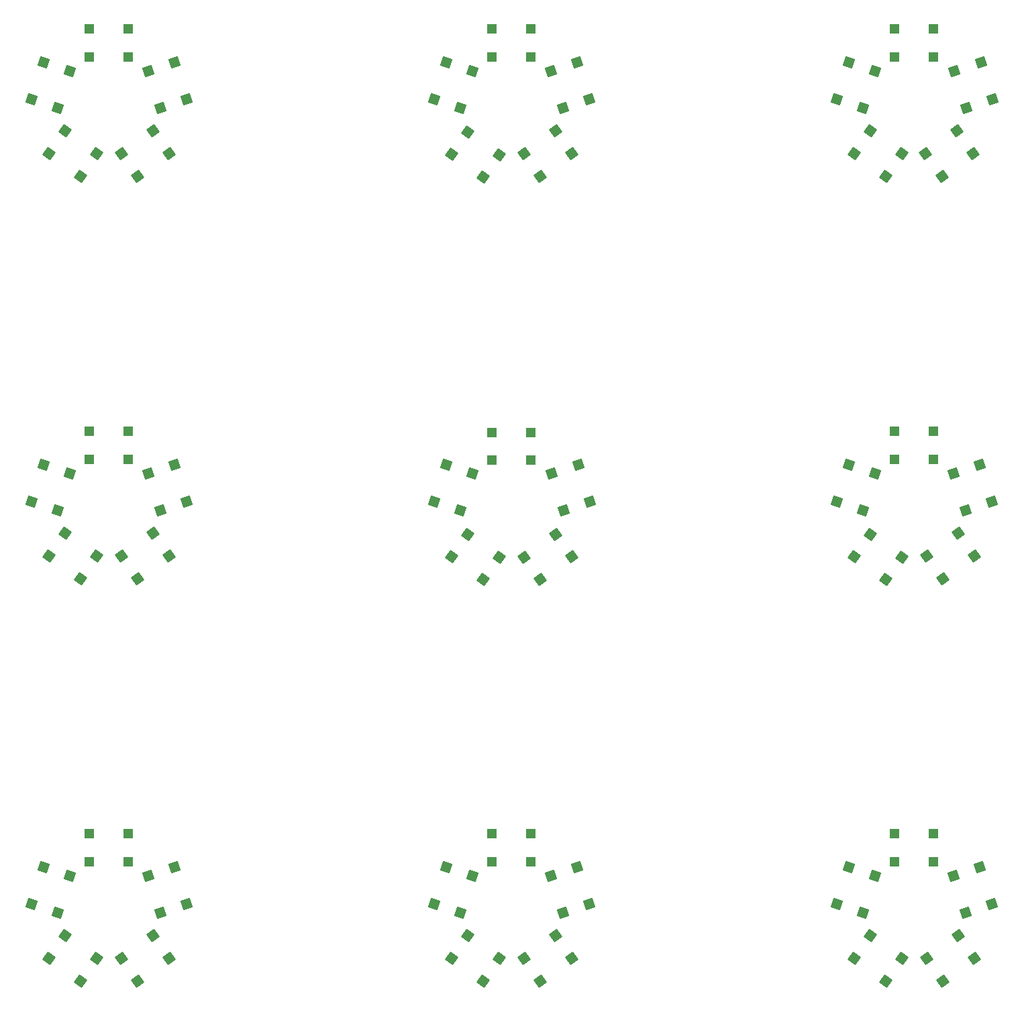
<source format=gtp>
%FSLAX25Y25*%
%MOIN*%
G70*
G01*
G75*
G04 Layer_Color=8421504*
%ADD10P,0.08352X4X333.0*%
%ADD11P,0.08352X4X261.0*%
%ADD12P,0.08352X4X189.0*%
%ADD13P,0.08352X4X117.0*%
%ADD14R,0.05906X0.05906*%
%ADD15C,0.02500*%
%ADD16C,0.10000*%
%ADD17C,0.05000*%
%ADD18C,0.12500*%
%ADD19R,0.12500X0.12500*%
%ADD20R,0.12500X0.12500*%
%ADD21C,0.16500*%
%ADD22C,0.04000*%
%ADD23R,0.17716X0.12205*%
%ADD24R,0.12205X0.17716*%
G04:AMPARAMS|DCode=25|XSize=80mil|YSize=50mil|CornerRadius=0mil|HoleSize=0mil|Usage=FLASHONLY|Rotation=45.000|XOffset=0mil|YOffset=0mil|HoleType=Round|Shape=Rectangle|*
%AMROTATEDRECTD25*
4,1,4,-0.01061,-0.04596,-0.04596,-0.01061,0.01061,0.04596,0.04596,0.01061,-0.01061,-0.04596,0.0*
%
%ADD25ROTATEDRECTD25*%

%ADD26R,0.08000X0.05000*%
G04:AMPARAMS|DCode=27|XSize=80mil|YSize=50mil|CornerRadius=0mil|HoleSize=0mil|Usage=FLASHONLY|Rotation=315.000|XOffset=0mil|YOffset=0mil|HoleType=Round|Shape=Rectangle|*
%AMROTATEDRECTD27*
4,1,4,-0.04596,0.01061,-0.01061,0.04596,0.04596,-0.01061,0.01061,-0.04596,-0.04596,0.01061,0.0*
%
%ADD27ROTATEDRECTD27*%

%ADD28R,0.05000X0.08000*%
%ADD29C,0.01000*%
%ADD30C,0.01200*%
%ADD31C,0.01500*%
%ADD32P,0.06937X4X333.0*%
%ADD33P,0.06937X4X261.0*%
%ADD34P,0.06937X4X189.0*%
%ADD35P,0.06937X4X117.0*%
%ADD36R,0.04906X0.04906*%
D32*
X789533Y752955D02*
D03*
X776428Y748697D02*
D03*
X783572Y771303D02*
D03*
X770467Y767044D02*
D03*
X389033Y552955D02*
D03*
X375928Y548697D02*
D03*
X383072Y571303D02*
D03*
X369967Y567044D02*
D03*
X589533Y552955D02*
D03*
X576428Y548697D02*
D03*
X583572Y571303D02*
D03*
X570467Y567044D02*
D03*
X789033Y552955D02*
D03*
X775928Y548697D02*
D03*
X783072Y571303D02*
D03*
X769967Y567044D02*
D03*
X389033Y352956D02*
D03*
X375928Y348697D02*
D03*
X383072Y371303D02*
D03*
X369967Y367044D02*
D03*
X589033Y352956D02*
D03*
X575928Y348697D02*
D03*
X583072Y371303D02*
D03*
X569967Y367044D02*
D03*
X789033Y352956D02*
D03*
X775928Y348697D02*
D03*
X783072Y371303D02*
D03*
X769967Y367044D02*
D03*
X389033Y752955D02*
D03*
X375928Y748697D02*
D03*
X383072Y771303D02*
D03*
X369967Y767044D02*
D03*
X589033Y752955D02*
D03*
X575928Y748697D02*
D03*
X583072Y771303D02*
D03*
X569967Y767044D02*
D03*
D33*
X764246Y714756D02*
D03*
X756147Y725904D02*
D03*
X779853Y726096D02*
D03*
X771754Y737244D02*
D03*
X364746Y514756D02*
D03*
X356647Y525904D02*
D03*
X380353Y526096D02*
D03*
X372254Y537244D02*
D03*
X564746Y514256D02*
D03*
X556647Y525404D02*
D03*
X580353Y525596D02*
D03*
X572254Y536743D02*
D03*
X764746Y514756D02*
D03*
X756647Y525904D02*
D03*
X780353Y526096D02*
D03*
X772254Y537244D02*
D03*
X364746Y314756D02*
D03*
X356647Y325904D02*
D03*
X380353Y326096D02*
D03*
X372254Y337244D02*
D03*
X564746Y314756D02*
D03*
X556647Y325904D02*
D03*
X580353Y326096D02*
D03*
X572254Y337244D02*
D03*
X764746Y314756D02*
D03*
X756647Y325904D02*
D03*
X780353Y326096D02*
D03*
X772254Y337244D02*
D03*
X364746Y714756D02*
D03*
X356647Y725904D02*
D03*
X380353Y726096D02*
D03*
X372254Y737244D02*
D03*
X564746Y714756D02*
D03*
X556647Y725904D02*
D03*
X580353Y726096D02*
D03*
X572254Y737244D02*
D03*
D34*
X720647Y726096D02*
D03*
X728746Y737244D02*
D03*
X736254Y714756D02*
D03*
X744353Y725904D02*
D03*
X320647Y526096D02*
D03*
X328746Y537244D02*
D03*
X336254Y514756D02*
D03*
X344353Y525904D02*
D03*
X520647Y525596D02*
D03*
X528746Y536743D02*
D03*
X536254Y514256D02*
D03*
X544353Y525404D02*
D03*
X720647Y525596D02*
D03*
X728746Y536743D02*
D03*
X736254Y514256D02*
D03*
X744353Y525404D02*
D03*
X320647Y326096D02*
D03*
X328746Y337244D02*
D03*
X336254Y314756D02*
D03*
X344353Y325904D02*
D03*
X520647Y326096D02*
D03*
X528746Y337244D02*
D03*
X536254Y314756D02*
D03*
X544353Y325904D02*
D03*
X720647Y326096D02*
D03*
X728746Y337244D02*
D03*
X736254Y314756D02*
D03*
X744353Y325904D02*
D03*
X320647Y726096D02*
D03*
X328746Y737244D02*
D03*
X336254Y714756D02*
D03*
X344353Y725904D02*
D03*
X520647Y725596D02*
D03*
X528746Y736743D02*
D03*
X536254Y714256D02*
D03*
X544353Y725404D02*
D03*
D35*
X717928Y771303D02*
D03*
X731033Y767044D02*
D03*
X711967Y752955D02*
D03*
X725072Y748697D02*
D03*
X317928Y571303D02*
D03*
X331033Y567044D02*
D03*
X311967Y552955D02*
D03*
X325072Y548697D02*
D03*
X517928Y571303D02*
D03*
X531033Y567044D02*
D03*
X511967Y552955D02*
D03*
X525072Y548697D02*
D03*
X717928Y571303D02*
D03*
X731033Y567044D02*
D03*
X711967Y552955D02*
D03*
X725072Y548697D02*
D03*
X317928Y371303D02*
D03*
X331033Y367044D02*
D03*
X311967Y352956D02*
D03*
X325072Y348697D02*
D03*
X517928Y371303D02*
D03*
X531033Y367044D02*
D03*
X511967Y352956D02*
D03*
X525072Y348697D02*
D03*
X717928Y371303D02*
D03*
X731033Y367044D02*
D03*
X711967Y352956D02*
D03*
X725072Y348697D02*
D03*
X317928Y771303D02*
D03*
X331033Y767044D02*
D03*
X311967Y752955D02*
D03*
X325072Y748697D02*
D03*
X517928Y771303D02*
D03*
X531033Y767044D02*
D03*
X511967Y752955D02*
D03*
X525072Y748697D02*
D03*
D36*
X760146Y787890D02*
D03*
Y774110D02*
D03*
X740854Y787890D02*
D03*
Y774110D02*
D03*
X360146Y587890D02*
D03*
Y574110D02*
D03*
X340854Y587890D02*
D03*
Y574110D02*
D03*
X560146Y587390D02*
D03*
Y573610D02*
D03*
X540854Y587390D02*
D03*
Y573610D02*
D03*
X760146Y587890D02*
D03*
Y574110D02*
D03*
X740854Y587890D02*
D03*
Y574110D02*
D03*
X360146Y387890D02*
D03*
Y374110D02*
D03*
X340854Y387890D02*
D03*
Y374110D02*
D03*
X560146Y387890D02*
D03*
Y374110D02*
D03*
X540854Y387890D02*
D03*
Y374110D02*
D03*
X760146Y387890D02*
D03*
Y374110D02*
D03*
X740854Y387890D02*
D03*
Y374110D02*
D03*
X360146Y787890D02*
D03*
Y774110D02*
D03*
X340854Y787890D02*
D03*
Y774110D02*
D03*
X560146Y787890D02*
D03*
Y774110D02*
D03*
X540854Y787890D02*
D03*
Y774110D02*
D03*
M02*

</source>
